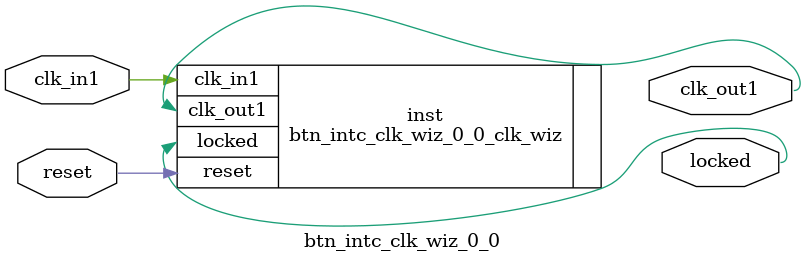
<source format=v>


`timescale 1ps/1ps

(* CORE_GENERATION_INFO = "btn_intc_clk_wiz_0_0,clk_wiz_v6_0_4_0_0,{component_name=btn_intc_clk_wiz_0_0,use_phase_alignment=true,use_min_o_jitter=false,use_max_i_jitter=false,use_dyn_phase_shift=false,use_inclk_switchover=false,use_dyn_reconfig=false,enable_axi=0,feedback_source=FDBK_AUTO,PRIMITIVE=MMCM,num_out_clk=1,clkin1_period=10.000,clkin2_period=10.000,use_power_down=false,use_reset=true,use_locked=true,use_inclk_stopped=false,feedback_type=SINGLE,CLOCK_MGR_TYPE=NA,manual_override=false}" *)

module btn_intc_clk_wiz_0_0 
 (
  // Clock out ports
  output        clk_out1,
  // Status and control signals
  input         reset,
  output        locked,
 // Clock in ports
  input         clk_in1
 );

  btn_intc_clk_wiz_0_0_clk_wiz inst
  (
  // Clock out ports  
  .clk_out1(clk_out1),
  // Status and control signals               
  .reset(reset), 
  .locked(locked),
 // Clock in ports
  .clk_in1(clk_in1)
  );

endmodule

</source>
